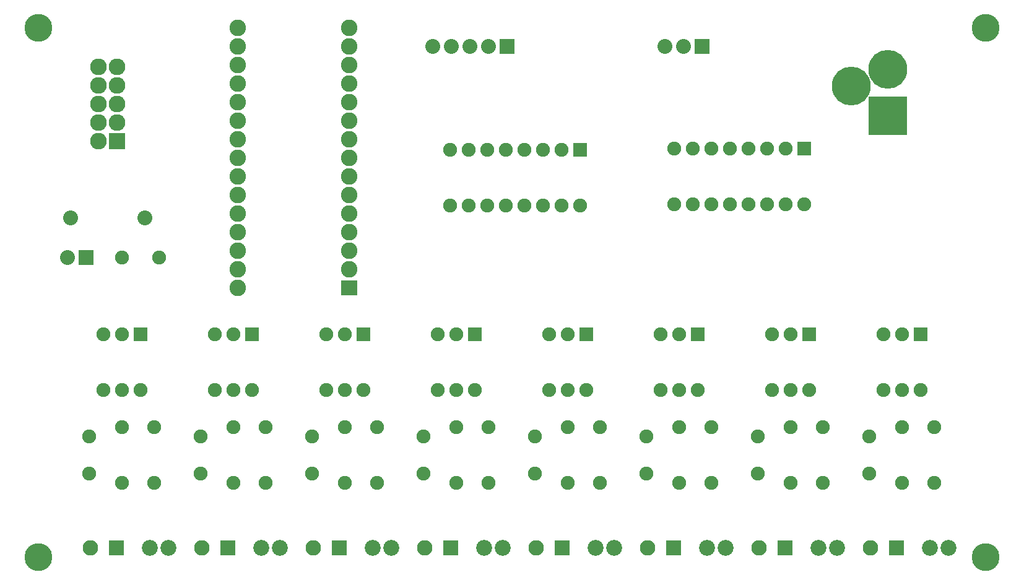
<source format=gts>
G04 (created by PCBNEW (2013-jul-07)-stable) date Mon 06 Apr 2015 09:25:55 PM PDT*
%MOIN*%
G04 Gerber Fmt 3.4, Leading zero omitted, Abs format*
%FSLAX34Y34*%
G01*
G70*
G90*
G04 APERTURE LIST*
%ADD10C,0.00590551*%
%ADD11R,0.089X0.08*%
%ADD12C,0.089*%
%ADD13C,0.075*%
%ADD14R,0.075X0.075*%
%ADD15R,0.08X0.08*%
%ADD16C,0.08*%
%ADD17R,0.09X0.09*%
%ADD18C,0.09*%
%ADD19C,0.15*%
%ADD20R,0.083X0.083*%
%ADD21C,0.083*%
%ADD22C,0.209*%
%ADD23R,0.209X0.209*%
%ADD24C,0.086*%
G04 APERTURE END LIST*
G54D10*
G54D11*
X47500Y-34500D03*
G54D12*
X47500Y-33500D03*
X47500Y-32500D03*
X47500Y-31500D03*
X47500Y-30500D03*
X47500Y-29500D03*
X47500Y-28500D03*
X47500Y-27500D03*
X47500Y-26500D03*
X47500Y-25500D03*
X47500Y-24500D03*
X47500Y-23500D03*
X47500Y-22500D03*
X47500Y-21500D03*
X47500Y-20500D03*
X41500Y-20500D03*
X41500Y-21500D03*
X41500Y-22500D03*
X41500Y-23500D03*
X41500Y-24500D03*
X41500Y-25500D03*
X41500Y-26500D03*
X41500Y-27500D03*
X41500Y-28500D03*
X41500Y-29500D03*
X41500Y-30500D03*
X41500Y-31500D03*
X41500Y-32500D03*
X41500Y-33500D03*
X41500Y-34500D03*
G54D13*
X35270Y-32875D03*
X37270Y-32875D03*
G54D14*
X59935Y-27070D03*
G54D13*
X58935Y-27070D03*
X57935Y-27070D03*
X56935Y-27070D03*
X55935Y-27070D03*
X54935Y-27070D03*
X53935Y-27070D03*
X52935Y-27070D03*
X52935Y-30070D03*
X53935Y-30070D03*
X54935Y-30070D03*
X55935Y-30070D03*
X56935Y-30070D03*
X57935Y-30070D03*
X58935Y-30070D03*
X59935Y-30070D03*
G54D14*
X72000Y-27000D03*
G54D13*
X71000Y-27000D03*
X70000Y-27000D03*
X69000Y-27000D03*
X68000Y-27000D03*
X67000Y-27000D03*
X66000Y-27000D03*
X65000Y-27000D03*
X65000Y-30000D03*
X66000Y-30000D03*
X67000Y-30000D03*
X68000Y-30000D03*
X69000Y-30000D03*
X70000Y-30000D03*
X71000Y-30000D03*
X72000Y-30000D03*
G54D15*
X33335Y-32875D03*
G54D16*
X32335Y-32875D03*
G54D15*
X66500Y-21500D03*
G54D16*
X65500Y-21500D03*
X64500Y-21500D03*
X36500Y-30750D03*
X32500Y-30750D03*
G54D17*
X34975Y-26600D03*
G54D18*
X33975Y-26600D03*
X34975Y-25600D03*
X33975Y-25600D03*
X34975Y-24600D03*
X33975Y-24600D03*
X34975Y-23600D03*
X33975Y-23600D03*
X34975Y-22600D03*
X33975Y-22600D03*
G54D19*
X30750Y-49000D03*
X81750Y-20500D03*
X81750Y-49000D03*
X30750Y-20500D03*
G54D14*
X36250Y-37000D03*
G54D13*
X35250Y-37000D03*
X34250Y-37000D03*
X34250Y-40000D03*
X35250Y-40000D03*
X36250Y-40000D03*
G54D14*
X42250Y-37000D03*
G54D13*
X41250Y-37000D03*
X40250Y-37000D03*
X40250Y-40000D03*
X41250Y-40000D03*
X42250Y-40000D03*
G54D14*
X48250Y-37000D03*
G54D13*
X47250Y-37000D03*
X46250Y-37000D03*
X46250Y-40000D03*
X47250Y-40000D03*
X48250Y-40000D03*
G54D14*
X54250Y-37000D03*
G54D13*
X53250Y-37000D03*
X52250Y-37000D03*
X52250Y-40000D03*
X53250Y-40000D03*
X54250Y-40000D03*
G54D14*
X60250Y-37000D03*
G54D13*
X59250Y-37000D03*
X58250Y-37000D03*
X58250Y-40000D03*
X59250Y-40000D03*
X60250Y-40000D03*
G54D14*
X66250Y-37000D03*
G54D13*
X65250Y-37000D03*
X64250Y-37000D03*
X64250Y-40000D03*
X65250Y-40000D03*
X66250Y-40000D03*
G54D14*
X72250Y-37000D03*
G54D13*
X71250Y-37000D03*
X70250Y-37000D03*
X70250Y-40000D03*
X71250Y-40000D03*
X72250Y-40000D03*
G54D14*
X78250Y-37000D03*
G54D13*
X77250Y-37000D03*
X76250Y-37000D03*
X76250Y-40000D03*
X77250Y-40000D03*
X78250Y-40000D03*
G54D20*
X34939Y-48500D03*
G54D21*
X33561Y-48500D03*
G54D20*
X40939Y-48500D03*
G54D21*
X39561Y-48500D03*
G54D20*
X46939Y-48500D03*
G54D21*
X45561Y-48500D03*
G54D20*
X52939Y-48500D03*
G54D21*
X51561Y-48500D03*
G54D20*
X58939Y-48500D03*
G54D21*
X57561Y-48500D03*
G54D20*
X64939Y-48500D03*
G54D21*
X63561Y-48500D03*
G54D20*
X70939Y-48500D03*
G54D21*
X69561Y-48500D03*
G54D20*
X76939Y-48500D03*
G54D21*
X75561Y-48500D03*
G54D15*
X56000Y-21500D03*
G54D16*
X55000Y-21500D03*
X54000Y-21500D03*
X53000Y-21500D03*
X52000Y-21500D03*
G54D22*
X76500Y-22750D03*
G54D23*
X76500Y-25230D03*
G54D22*
X74531Y-23650D03*
G54D13*
X33500Y-44500D03*
X33500Y-42500D03*
X39500Y-44500D03*
X39500Y-42500D03*
X45500Y-44500D03*
X45500Y-42500D03*
X51500Y-44500D03*
X51500Y-42500D03*
X57500Y-44500D03*
X57500Y-42500D03*
X63500Y-44500D03*
X63500Y-42500D03*
X69500Y-44500D03*
X69500Y-42500D03*
X75500Y-44500D03*
X75500Y-42500D03*
X35250Y-42000D03*
X35250Y-45000D03*
X41250Y-42000D03*
X41250Y-45000D03*
X47250Y-42000D03*
X47250Y-45000D03*
X53250Y-42000D03*
X53250Y-45000D03*
X59250Y-42000D03*
X59250Y-45000D03*
X65250Y-42000D03*
X65250Y-45000D03*
X71250Y-42000D03*
X71250Y-45000D03*
X77250Y-42000D03*
X77250Y-45000D03*
X43000Y-45000D03*
X43000Y-42000D03*
X49000Y-45000D03*
X49000Y-42000D03*
X55000Y-45000D03*
X55000Y-42000D03*
X61000Y-45000D03*
X61000Y-42000D03*
X67000Y-45000D03*
X67000Y-42000D03*
X73000Y-45000D03*
X73000Y-42000D03*
X79000Y-45000D03*
X79000Y-42000D03*
X37000Y-45000D03*
X37000Y-42000D03*
G54D24*
X49750Y-48500D03*
X48750Y-48500D03*
X55750Y-48500D03*
X54750Y-48500D03*
X37750Y-48500D03*
X36750Y-48500D03*
X43750Y-48500D03*
X42750Y-48500D03*
X61750Y-48500D03*
X60750Y-48500D03*
X73750Y-48500D03*
X72750Y-48500D03*
X67750Y-48500D03*
X66750Y-48500D03*
X79750Y-48500D03*
X78750Y-48500D03*
M02*

</source>
